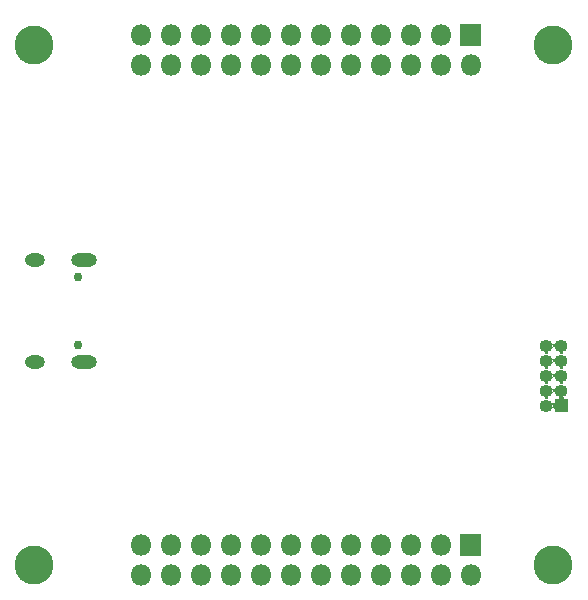
<source format=gbr>
G04 #@! TF.GenerationSoftware,KiCad,Pcbnew,(5.1.10-1-10_14)*
G04 #@! TF.CreationDate,2021-09-03T00:17:14+08:00*
G04 #@! TF.ProjectId,stm32f401_devboard,73746d33-3266-4343-9031-5f646576626f,rev?*
G04 #@! TF.SameCoordinates,Original*
G04 #@! TF.FileFunction,Soldermask,Bot*
G04 #@! TF.FilePolarity,Negative*
%FSLAX46Y46*%
G04 Gerber Fmt 4.6, Leading zero omitted, Abs format (unit mm)*
G04 Created by KiCad (PCBNEW (5.1.10-1-10_14)) date 2021-09-03 00:17:14*
%MOMM*%
%LPD*%
G01*
G04 APERTURE LIST*
%ADD10C,3.302000*%
%ADD11O,1.802000X1.802000*%
%ADD12O,2.202000X1.102000*%
%ADD13C,0.752000*%
%ADD14O,1.702000X1.102000*%
%ADD15O,1.102000X1.102000*%
%ADD16C,0.100000*%
G04 APERTURE END LIST*
D10*
X147000000Y-117000000D03*
X103000000Y-117000000D03*
X147000000Y-73000000D03*
X103000000Y-73000000D03*
D11*
X112060000Y-117860000D03*
X112060000Y-115320000D03*
X114600000Y-117860000D03*
X114600000Y-115320000D03*
X117140000Y-117860000D03*
X117140000Y-115320000D03*
X119680000Y-117860000D03*
X119680000Y-115320000D03*
X122220000Y-117860000D03*
X122220000Y-115320000D03*
X124760000Y-117860000D03*
X124760000Y-115320000D03*
X127300000Y-117860000D03*
X127300000Y-115320000D03*
X129840000Y-117860000D03*
X129840000Y-115320000D03*
X132380000Y-117860000D03*
X132380000Y-115320000D03*
X134920000Y-117860000D03*
X134920000Y-115320000D03*
X137460000Y-117860000D03*
X137460000Y-115320000D03*
X140000000Y-117860000D03*
G36*
G01*
X139150000Y-114419000D02*
X140850000Y-114419000D01*
G75*
G02*
X140901000Y-114470000I0J-51000D01*
G01*
X140901000Y-116170000D01*
G75*
G02*
X140850000Y-116221000I-51000J0D01*
G01*
X139150000Y-116221000D01*
G75*
G02*
X139099000Y-116170000I0J51000D01*
G01*
X139099000Y-114470000D01*
G75*
G02*
X139150000Y-114419000I51000J0D01*
G01*
G37*
X112060000Y-74680000D03*
X112060000Y-72140000D03*
X114600000Y-74680000D03*
X114600000Y-72140000D03*
X117140000Y-74680000D03*
X117140000Y-72140000D03*
X119680000Y-74680000D03*
X119680000Y-72140000D03*
X122220000Y-74680000D03*
X122220000Y-72140000D03*
X124760000Y-74680000D03*
X124760000Y-72140000D03*
X127300000Y-74680000D03*
X127300000Y-72140000D03*
X129840000Y-74680000D03*
X129840000Y-72140000D03*
X132380000Y-74680000D03*
X132380000Y-72140000D03*
X134920000Y-74680000D03*
X134920000Y-72140000D03*
X137460000Y-74680000D03*
X137460000Y-72140000D03*
X140000000Y-74680000D03*
G36*
G01*
X139150000Y-71239000D02*
X140850000Y-71239000D01*
G75*
G02*
X140901000Y-71290000I0J-51000D01*
G01*
X140901000Y-72990000D01*
G75*
G02*
X140850000Y-73041000I-51000J0D01*
G01*
X139150000Y-73041000D01*
G75*
G02*
X139099000Y-72990000I0J51000D01*
G01*
X139099000Y-71290000D01*
G75*
G02*
X139150000Y-71239000I51000J0D01*
G01*
G37*
D12*
X107290000Y-99820000D03*
X107290000Y-91180000D03*
D13*
X106760000Y-92610000D03*
D14*
X103110000Y-91180000D03*
D13*
X106760000Y-98390000D03*
D14*
X103110000Y-99820000D03*
D15*
X147685000Y-98430000D03*
X146415000Y-98430000D03*
X147685000Y-99700000D03*
X146415000Y-99700000D03*
X147685000Y-100970000D03*
X146415000Y-100970000D03*
X147685000Y-102240000D03*
X146415000Y-102240000D03*
X146415000Y-103510000D03*
G36*
G01*
X148236000Y-103010000D02*
X148236000Y-104010000D01*
G75*
G02*
X148185000Y-104061000I-51000J0D01*
G01*
X147185000Y-104061000D01*
G75*
G02*
X147134000Y-104010000I0J51000D01*
G01*
X147134000Y-103010000D01*
G75*
G02*
X147185000Y-102959000I51000J0D01*
G01*
X148185000Y-102959000D01*
G75*
G02*
X148236000Y-103010000I0J-51000D01*
G01*
G37*
D16*
G36*
X147135165Y-103186452D02*
G01*
X147136000Y-103188078D01*
X147136000Y-103831922D01*
X147135000Y-103833654D01*
X147133000Y-103833654D01*
X147132010Y-103832118D01*
X147129628Y-103807931D01*
X147122628Y-103784856D01*
X147111263Y-103763592D01*
X147095968Y-103744955D01*
X147077331Y-103729660D01*
X147056067Y-103718295D01*
X147032992Y-103711295D01*
X147009001Y-103708932D01*
X146985010Y-103711295D01*
X146961935Y-103718295D01*
X146940671Y-103729660D01*
X146922034Y-103744955D01*
X146906676Y-103763670D01*
X146903784Y-103767998D01*
X146901990Y-103768883D01*
X146900327Y-103767772D01*
X146900273Y-103766122D01*
X146940350Y-103669365D01*
X146961347Y-103563808D01*
X146961347Y-103456192D01*
X146940350Y-103350635D01*
X146900273Y-103253878D01*
X146900534Y-103251895D01*
X146902382Y-103251130D01*
X146903784Y-103252002D01*
X146906676Y-103256330D01*
X146922035Y-103275045D01*
X146940672Y-103290340D01*
X146961935Y-103301705D01*
X146985010Y-103308705D01*
X147009002Y-103311068D01*
X147032993Y-103308705D01*
X147056068Y-103301705D01*
X147077331Y-103290340D01*
X147095968Y-103275044D01*
X147111263Y-103256407D01*
X147122628Y-103235144D01*
X147129628Y-103212069D01*
X147132010Y-103187882D01*
X147133175Y-103186256D01*
X147135165Y-103186452D01*
G37*
G36*
X146587906Y-102760824D02*
G01*
X146588671Y-102762672D01*
X146587631Y-102764175D01*
X146571609Y-102772738D01*
X146552972Y-102788033D01*
X146537677Y-102806670D01*
X146526312Y-102827934D01*
X146519312Y-102851009D01*
X146516949Y-102875000D01*
X146519312Y-102898991D01*
X146526312Y-102922066D01*
X146537677Y-102943330D01*
X146552972Y-102961967D01*
X146571609Y-102977262D01*
X146587631Y-102985825D01*
X146588687Y-102987524D01*
X146587744Y-102989287D01*
X146585923Y-102989437D01*
X146574365Y-102984650D01*
X146468808Y-102963653D01*
X146361192Y-102963653D01*
X146255635Y-102984650D01*
X146244077Y-102989437D01*
X146242094Y-102989176D01*
X146241329Y-102987328D01*
X146242369Y-102985825D01*
X146258391Y-102977262D01*
X146277028Y-102961967D01*
X146292323Y-102943330D01*
X146303688Y-102922066D01*
X146310688Y-102898991D01*
X146313051Y-102875000D01*
X146310688Y-102851009D01*
X146303688Y-102827934D01*
X146292323Y-102806670D01*
X146277028Y-102788033D01*
X146258391Y-102772738D01*
X146242369Y-102764175D01*
X146241313Y-102762476D01*
X146242256Y-102760713D01*
X146244077Y-102760563D01*
X146255635Y-102765350D01*
X146361192Y-102786347D01*
X146468808Y-102786347D01*
X146574365Y-102765350D01*
X146585923Y-102760563D01*
X146587906Y-102760824D01*
G37*
G36*
X147943105Y-102725534D02*
G01*
X147943870Y-102727382D01*
X147942998Y-102728784D01*
X147938670Y-102731676D01*
X147919955Y-102747035D01*
X147904660Y-102765672D01*
X147893295Y-102786935D01*
X147886295Y-102810010D01*
X147883932Y-102834001D01*
X147886295Y-102857993D01*
X147893295Y-102881068D01*
X147904660Y-102902331D01*
X147919956Y-102920968D01*
X147938593Y-102936263D01*
X147959856Y-102947628D01*
X147982931Y-102954628D01*
X148007118Y-102957010D01*
X148008744Y-102958175D01*
X148008548Y-102960165D01*
X148006922Y-102961000D01*
X147363078Y-102961000D01*
X147361346Y-102960000D01*
X147361346Y-102958000D01*
X147362882Y-102957010D01*
X147387069Y-102954628D01*
X147410144Y-102947628D01*
X147431408Y-102936263D01*
X147450045Y-102920968D01*
X147465340Y-102902331D01*
X147476705Y-102881067D01*
X147483705Y-102857992D01*
X147486068Y-102834001D01*
X147483705Y-102810010D01*
X147476705Y-102786935D01*
X147465340Y-102765671D01*
X147450045Y-102747034D01*
X147431330Y-102731676D01*
X147427002Y-102728784D01*
X147426117Y-102726990D01*
X147427228Y-102725327D01*
X147428878Y-102725273D01*
X147525635Y-102765350D01*
X147631192Y-102786347D01*
X147738808Y-102786347D01*
X147844365Y-102765350D01*
X147941122Y-102725273D01*
X147943105Y-102725534D01*
G37*
G36*
X147164287Y-102067256D02*
G01*
X147164437Y-102069077D01*
X147159650Y-102080635D01*
X147138653Y-102186192D01*
X147138653Y-102293808D01*
X147159650Y-102399365D01*
X147164437Y-102410923D01*
X147164176Y-102412906D01*
X147162328Y-102413671D01*
X147160825Y-102412631D01*
X147152262Y-102396609D01*
X147136967Y-102377972D01*
X147118330Y-102362677D01*
X147097066Y-102351312D01*
X147073991Y-102344312D01*
X147050000Y-102341949D01*
X147026009Y-102344312D01*
X147002934Y-102351312D01*
X146981670Y-102362677D01*
X146963033Y-102377972D01*
X146947738Y-102396609D01*
X146939175Y-102412631D01*
X146937476Y-102413687D01*
X146935713Y-102412744D01*
X146935563Y-102410923D01*
X146940350Y-102399365D01*
X146961347Y-102293808D01*
X146961347Y-102186192D01*
X146940350Y-102080635D01*
X146935563Y-102069077D01*
X146935824Y-102067094D01*
X146937672Y-102066329D01*
X146939175Y-102067369D01*
X146947738Y-102083391D01*
X146963033Y-102102028D01*
X146981670Y-102117323D01*
X147002934Y-102128688D01*
X147026009Y-102135688D01*
X147050000Y-102138051D01*
X147073991Y-102135688D01*
X147097066Y-102128688D01*
X147118330Y-102117323D01*
X147136967Y-102102028D01*
X147152262Y-102083391D01*
X147160825Y-102067369D01*
X147162524Y-102066313D01*
X147164287Y-102067256D01*
G37*
G36*
X147857906Y-101490824D02*
G01*
X147858671Y-101492672D01*
X147857631Y-101494175D01*
X147841609Y-101502738D01*
X147822972Y-101518033D01*
X147807677Y-101536670D01*
X147796312Y-101557934D01*
X147789312Y-101581009D01*
X147786949Y-101605000D01*
X147789312Y-101628991D01*
X147796312Y-101652066D01*
X147807677Y-101673330D01*
X147822972Y-101691967D01*
X147841609Y-101707262D01*
X147857631Y-101715825D01*
X147858687Y-101717524D01*
X147857744Y-101719287D01*
X147855923Y-101719437D01*
X147844365Y-101714650D01*
X147738808Y-101693653D01*
X147631192Y-101693653D01*
X147525635Y-101714650D01*
X147514077Y-101719437D01*
X147512094Y-101719176D01*
X147511329Y-101717328D01*
X147512369Y-101715825D01*
X147528391Y-101707262D01*
X147547028Y-101691967D01*
X147562323Y-101673330D01*
X147573688Y-101652066D01*
X147580688Y-101628991D01*
X147583051Y-101605000D01*
X147580688Y-101581009D01*
X147573688Y-101557934D01*
X147562323Y-101536670D01*
X147547028Y-101518033D01*
X147528391Y-101502738D01*
X147512369Y-101494175D01*
X147511313Y-101492476D01*
X147512256Y-101490713D01*
X147514077Y-101490563D01*
X147525635Y-101495350D01*
X147631192Y-101516347D01*
X147738808Y-101516347D01*
X147844365Y-101495350D01*
X147855923Y-101490563D01*
X147857906Y-101490824D01*
G37*
G36*
X146587906Y-101490824D02*
G01*
X146588671Y-101492672D01*
X146587631Y-101494175D01*
X146571609Y-101502738D01*
X146552972Y-101518033D01*
X146537677Y-101536670D01*
X146526312Y-101557934D01*
X146519312Y-101581009D01*
X146516949Y-101605000D01*
X146519312Y-101628991D01*
X146526312Y-101652066D01*
X146537677Y-101673330D01*
X146552972Y-101691967D01*
X146571609Y-101707262D01*
X146587631Y-101715825D01*
X146588687Y-101717524D01*
X146587744Y-101719287D01*
X146585923Y-101719437D01*
X146574365Y-101714650D01*
X146468808Y-101693653D01*
X146361192Y-101693653D01*
X146255635Y-101714650D01*
X146244077Y-101719437D01*
X146242094Y-101719176D01*
X146241329Y-101717328D01*
X146242369Y-101715825D01*
X146258391Y-101707262D01*
X146277028Y-101691967D01*
X146292323Y-101673330D01*
X146303688Y-101652066D01*
X146310688Y-101628991D01*
X146313051Y-101605000D01*
X146310688Y-101581009D01*
X146303688Y-101557934D01*
X146292323Y-101536670D01*
X146277028Y-101518033D01*
X146258391Y-101502738D01*
X146242369Y-101494175D01*
X146241313Y-101492476D01*
X146242256Y-101490713D01*
X146244077Y-101490563D01*
X146255635Y-101495350D01*
X146361192Y-101516347D01*
X146468808Y-101516347D01*
X146574365Y-101495350D01*
X146585923Y-101490563D01*
X146587906Y-101490824D01*
G37*
G36*
X147164287Y-100797256D02*
G01*
X147164437Y-100799077D01*
X147159650Y-100810635D01*
X147138653Y-100916192D01*
X147138653Y-101023808D01*
X147159650Y-101129365D01*
X147164437Y-101140923D01*
X147164176Y-101142906D01*
X147162328Y-101143671D01*
X147160825Y-101142631D01*
X147152262Y-101126609D01*
X147136967Y-101107972D01*
X147118330Y-101092677D01*
X147097066Y-101081312D01*
X147073991Y-101074312D01*
X147050000Y-101071949D01*
X147026009Y-101074312D01*
X147002934Y-101081312D01*
X146981670Y-101092677D01*
X146963033Y-101107972D01*
X146947738Y-101126609D01*
X146939175Y-101142631D01*
X146937476Y-101143687D01*
X146935713Y-101142744D01*
X146935563Y-101140923D01*
X146940350Y-101129365D01*
X146961347Y-101023808D01*
X146961347Y-100916192D01*
X146940350Y-100810635D01*
X146935563Y-100799077D01*
X146935824Y-100797094D01*
X146937672Y-100796329D01*
X146939175Y-100797369D01*
X146947738Y-100813391D01*
X146963033Y-100832028D01*
X146981670Y-100847323D01*
X147002934Y-100858688D01*
X147026009Y-100865688D01*
X147050000Y-100868051D01*
X147073991Y-100865688D01*
X147097066Y-100858688D01*
X147118330Y-100847323D01*
X147136967Y-100832028D01*
X147152262Y-100813391D01*
X147160825Y-100797369D01*
X147162524Y-100796313D01*
X147164287Y-100797256D01*
G37*
G36*
X146587906Y-100220824D02*
G01*
X146588671Y-100222672D01*
X146587631Y-100224175D01*
X146571609Y-100232738D01*
X146552972Y-100248033D01*
X146537677Y-100266670D01*
X146526312Y-100287934D01*
X146519312Y-100311009D01*
X146516949Y-100335000D01*
X146519312Y-100358991D01*
X146526312Y-100382066D01*
X146537677Y-100403330D01*
X146552972Y-100421967D01*
X146571609Y-100437262D01*
X146587631Y-100445825D01*
X146588687Y-100447524D01*
X146587744Y-100449287D01*
X146585923Y-100449437D01*
X146574365Y-100444650D01*
X146468808Y-100423653D01*
X146361192Y-100423653D01*
X146255635Y-100444650D01*
X146244077Y-100449437D01*
X146242094Y-100449176D01*
X146241329Y-100447328D01*
X146242369Y-100445825D01*
X146258391Y-100437262D01*
X146277028Y-100421967D01*
X146292323Y-100403330D01*
X146303688Y-100382066D01*
X146310688Y-100358991D01*
X146313051Y-100335000D01*
X146310688Y-100311009D01*
X146303688Y-100287934D01*
X146292323Y-100266670D01*
X146277028Y-100248033D01*
X146258391Y-100232738D01*
X146242369Y-100224175D01*
X146241313Y-100222476D01*
X146242256Y-100220713D01*
X146244077Y-100220563D01*
X146255635Y-100225350D01*
X146361192Y-100246347D01*
X146468808Y-100246347D01*
X146574365Y-100225350D01*
X146585923Y-100220563D01*
X146587906Y-100220824D01*
G37*
G36*
X147857906Y-100220824D02*
G01*
X147858671Y-100222672D01*
X147857631Y-100224175D01*
X147841609Y-100232738D01*
X147822972Y-100248033D01*
X147807677Y-100266670D01*
X147796312Y-100287934D01*
X147789312Y-100311009D01*
X147786949Y-100335000D01*
X147789312Y-100358991D01*
X147796312Y-100382066D01*
X147807677Y-100403330D01*
X147822972Y-100421967D01*
X147841609Y-100437262D01*
X147857631Y-100445825D01*
X147858687Y-100447524D01*
X147857744Y-100449287D01*
X147855923Y-100449437D01*
X147844365Y-100444650D01*
X147738808Y-100423653D01*
X147631192Y-100423653D01*
X147525635Y-100444650D01*
X147514077Y-100449437D01*
X147512094Y-100449176D01*
X147511329Y-100447328D01*
X147512369Y-100445825D01*
X147528391Y-100437262D01*
X147547028Y-100421967D01*
X147562323Y-100403330D01*
X147573688Y-100382066D01*
X147580688Y-100358991D01*
X147583051Y-100335000D01*
X147580688Y-100311009D01*
X147573688Y-100287934D01*
X147562323Y-100266670D01*
X147547028Y-100248033D01*
X147528391Y-100232738D01*
X147512369Y-100224175D01*
X147511313Y-100222476D01*
X147512256Y-100220713D01*
X147514077Y-100220563D01*
X147525635Y-100225350D01*
X147631192Y-100246347D01*
X147738808Y-100246347D01*
X147844365Y-100225350D01*
X147855923Y-100220563D01*
X147857906Y-100220824D01*
G37*
G36*
X147164287Y-99527256D02*
G01*
X147164437Y-99529077D01*
X147159650Y-99540635D01*
X147138653Y-99646192D01*
X147138653Y-99753808D01*
X147159650Y-99859365D01*
X147164437Y-99870923D01*
X147164176Y-99872906D01*
X147162328Y-99873671D01*
X147160825Y-99872631D01*
X147152262Y-99856609D01*
X147136967Y-99837972D01*
X147118330Y-99822677D01*
X147097066Y-99811312D01*
X147073991Y-99804312D01*
X147050000Y-99801949D01*
X147026009Y-99804312D01*
X147002934Y-99811312D01*
X146981670Y-99822677D01*
X146963033Y-99837972D01*
X146947738Y-99856609D01*
X146939175Y-99872631D01*
X146937476Y-99873687D01*
X146935713Y-99872744D01*
X146935563Y-99870923D01*
X146940350Y-99859365D01*
X146961347Y-99753808D01*
X146961347Y-99646192D01*
X146940350Y-99540635D01*
X146935563Y-99529077D01*
X146935824Y-99527094D01*
X146937672Y-99526329D01*
X146939175Y-99527369D01*
X146947738Y-99543391D01*
X146963033Y-99562028D01*
X146981670Y-99577323D01*
X147002934Y-99588688D01*
X147026009Y-99595688D01*
X147050000Y-99598051D01*
X147073991Y-99595688D01*
X147097066Y-99588688D01*
X147118330Y-99577323D01*
X147136967Y-99562028D01*
X147152262Y-99543391D01*
X147160825Y-99527369D01*
X147162524Y-99526313D01*
X147164287Y-99527256D01*
G37*
G36*
X146587906Y-98950824D02*
G01*
X146588671Y-98952672D01*
X146587631Y-98954175D01*
X146571609Y-98962738D01*
X146552972Y-98978033D01*
X146537677Y-98996670D01*
X146526312Y-99017934D01*
X146519312Y-99041009D01*
X146516949Y-99065000D01*
X146519312Y-99088991D01*
X146526312Y-99112066D01*
X146537677Y-99133330D01*
X146552972Y-99151967D01*
X146571609Y-99167262D01*
X146587631Y-99175825D01*
X146588687Y-99177524D01*
X146587744Y-99179287D01*
X146585923Y-99179437D01*
X146574365Y-99174650D01*
X146468808Y-99153653D01*
X146361192Y-99153653D01*
X146255635Y-99174650D01*
X146244077Y-99179437D01*
X146242094Y-99179176D01*
X146241329Y-99177328D01*
X146242369Y-99175825D01*
X146258391Y-99167262D01*
X146277028Y-99151967D01*
X146292323Y-99133330D01*
X146303688Y-99112066D01*
X146310688Y-99088991D01*
X146313051Y-99065000D01*
X146310688Y-99041009D01*
X146303688Y-99017934D01*
X146292323Y-98996670D01*
X146277028Y-98978033D01*
X146258391Y-98962738D01*
X146242369Y-98954175D01*
X146241313Y-98952476D01*
X146242256Y-98950713D01*
X146244077Y-98950563D01*
X146255635Y-98955350D01*
X146361192Y-98976347D01*
X146468808Y-98976347D01*
X146574365Y-98955350D01*
X146585923Y-98950563D01*
X146587906Y-98950824D01*
G37*
G36*
X147857906Y-98950824D02*
G01*
X147858671Y-98952672D01*
X147857631Y-98954175D01*
X147841609Y-98962738D01*
X147822972Y-98978033D01*
X147807677Y-98996670D01*
X147796312Y-99017934D01*
X147789312Y-99041009D01*
X147786949Y-99065000D01*
X147789312Y-99088991D01*
X147796312Y-99112066D01*
X147807677Y-99133330D01*
X147822972Y-99151967D01*
X147841609Y-99167262D01*
X147857631Y-99175825D01*
X147858687Y-99177524D01*
X147857744Y-99179287D01*
X147855923Y-99179437D01*
X147844365Y-99174650D01*
X147738808Y-99153653D01*
X147631192Y-99153653D01*
X147525635Y-99174650D01*
X147514077Y-99179437D01*
X147512094Y-99179176D01*
X147511329Y-99177328D01*
X147512369Y-99175825D01*
X147528391Y-99167262D01*
X147547028Y-99151967D01*
X147562323Y-99133330D01*
X147573688Y-99112066D01*
X147580688Y-99088991D01*
X147583051Y-99065000D01*
X147580688Y-99041009D01*
X147573688Y-99017934D01*
X147562323Y-98996670D01*
X147547028Y-98978033D01*
X147528391Y-98962738D01*
X147512369Y-98954175D01*
X147511313Y-98952476D01*
X147512256Y-98950713D01*
X147514077Y-98950563D01*
X147525635Y-98955350D01*
X147631192Y-98976347D01*
X147738808Y-98976347D01*
X147844365Y-98955350D01*
X147855923Y-98950563D01*
X147857906Y-98950824D01*
G37*
G36*
X147164287Y-98257256D02*
G01*
X147164437Y-98259077D01*
X147159650Y-98270635D01*
X147138653Y-98376192D01*
X147138653Y-98483808D01*
X147159650Y-98589365D01*
X147164437Y-98600923D01*
X147164176Y-98602906D01*
X147162328Y-98603671D01*
X147160825Y-98602631D01*
X147152262Y-98586609D01*
X147136967Y-98567972D01*
X147118330Y-98552677D01*
X147097066Y-98541312D01*
X147073991Y-98534312D01*
X147050000Y-98531949D01*
X147026009Y-98534312D01*
X147002934Y-98541312D01*
X146981670Y-98552677D01*
X146963033Y-98567972D01*
X146947738Y-98586609D01*
X146939175Y-98602631D01*
X146937476Y-98603687D01*
X146935713Y-98602744D01*
X146935563Y-98600923D01*
X146940350Y-98589365D01*
X146961347Y-98483808D01*
X146961347Y-98376192D01*
X146940350Y-98270635D01*
X146935563Y-98259077D01*
X146935824Y-98257094D01*
X146937672Y-98256329D01*
X146939175Y-98257369D01*
X146947738Y-98273391D01*
X146963033Y-98292028D01*
X146981670Y-98307323D01*
X147002934Y-98318688D01*
X147026009Y-98325688D01*
X147050000Y-98328051D01*
X147073991Y-98325688D01*
X147097066Y-98318688D01*
X147118330Y-98307323D01*
X147136967Y-98292028D01*
X147152262Y-98273391D01*
X147160825Y-98257369D01*
X147162524Y-98256313D01*
X147164287Y-98257256D01*
G37*
M02*

</source>
